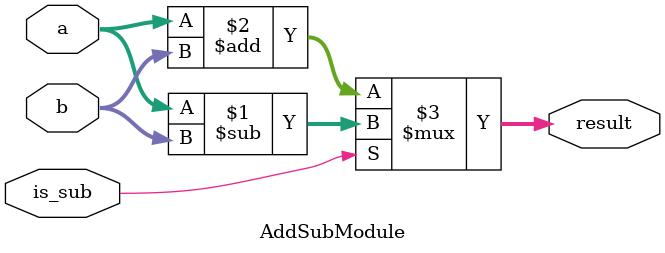
<source format=sv>
`timescale 1 ns / 1 ns

module upcount(Clear, Clock, Q);
	parameter n = 2;
	input Clear, Clock;
	output [n-1:0] Q;
	
	reg [n-1:0] Q;
	
	always @(posedge Clock)
		if (Clear)
		Q <= {(n){1'b0}};
		else
		Q <= Q + 1'b1;	
endmodule

module count_reg(Clear, Clock, Q, En, L, R);
	parameter n = 16;
	input Clear, Clock, En, L;
	input [n-1:0] R;
	output [n-1:0] Q;
	
	reg [n-1:0] Q;
	
	always @(posedge Clock)
		if (Clear)
		Q <= {(n){1'b0}};
		else if (L)
		Q <= R;
		else
		Q <= Q + (En == 1'b1);	
endmodule

module dec3to8(W, En, Y);
	input [2:0] W;
	input En;
	output [7:0] Y;
	
	reg [7:0] Y;
	
	always @(W or En)
		begin
		if (En == 1)
			case (W)
				3'b000: Y = 8'b00000001;
				3'b001: Y = 8'b00000010;
				3'b010: Y = 8'b00000100;
				3'b011: Y = 8'b00001000;
				3'b100: Y = 8'b00010000;
				3'b101: Y = 8'b00100000;
				3'b110: Y = 8'b01000000;
				3'b111: Y = 8'b10000000;
			endcase
		else
			Y = 8'b00000000;
		end
		
endmodule

module regn(R, Rin, Clock, Q);
	parameter n = 16;
	input [n-1:0] R;
	input Rin, Clock;
	output [n-1:0] Q;
	
	reg [n-1:0] Q;
	
	always @(posedge Clock)
		if (Rin)
			Q <= R;
endmodule

module mux(
	input [7:0] R_sel,
	input G_sel,
	input DIN_sel,
	input [15:0] R0,
	input [15:0] R1,
	input [15:0] R2,
	input [15:0] R3,
	input [15:0] R4,
	input [15:0] R5,
	input [15:0] R6,
	input [15:0] R7,
	input [15:0] G,
	input [15:0] DIN, 
	output logic [15:0] out
);

	always_comb begin
		if 		(R_sel[0]) 	out = R0;
		else if (R_sel[1]) 	out = R1;
		else if (R_sel[2]) 	out = R2;
		else if (R_sel[3]) 	out = R3;
		else if (R_sel[4]) 	out = R4;
		else if (R_sel[5]) 	out = R5;
		else if (R_sel[6]) 	out = R6;
		else if (R_sel[7]) 	out = R7;
		else if (G_sel) 	out = G;
		else if (DIN_sel) 	out = DIN;
		else 				out = 16'd0;
	end

endmodule

module AddSubModule (
	input [15:0] a,
	input [15:0] b, 
	input is_sub,
	output [15:0] result
);
	assign result = (is_sub) ? (a - b) : (a + b);
endmodule

</source>
